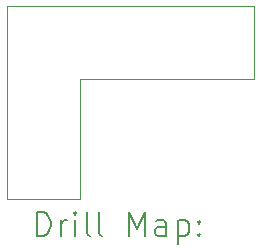
<source format=gbr>
%TF.GenerationSoftware,KiCad,Pcbnew,7.0.8*%
%TF.CreationDate,2024-05-05T13:27:45-04:00*%
%TF.ProjectId,n64amp,6e363461-6d70-42e6-9b69-6361645f7063,rev?*%
%TF.SameCoordinates,Original*%
%TF.FileFunction,Drillmap*%
%TF.FilePolarity,Positive*%
%FSLAX45Y45*%
G04 Gerber Fmt 4.5, Leading zero omitted, Abs format (unit mm)*
G04 Created by KiCad (PCBNEW 7.0.8) date 2024-05-05 13:27:45*
%MOMM*%
%LPD*%
G01*
G04 APERTURE LIST*
%ADD10C,0.100000*%
%ADD11C,0.200000*%
G04 APERTURE END LIST*
D10*
X3293668Y-1826280D02*
X1823008Y-1826280D01*
X1823008Y-1917720D01*
X1823008Y-2842280D01*
X1203248Y-2842280D01*
X1203248Y-1216680D01*
X1208328Y-1211600D01*
X3293668Y-1211580D01*
X3293668Y-1826280D01*
D11*
X1459025Y-3158764D02*
X1459025Y-2958764D01*
X1459025Y-2958764D02*
X1506644Y-2958764D01*
X1506644Y-2958764D02*
X1535215Y-2968288D01*
X1535215Y-2968288D02*
X1554263Y-2987335D01*
X1554263Y-2987335D02*
X1563786Y-3006383D01*
X1563786Y-3006383D02*
X1573310Y-3044478D01*
X1573310Y-3044478D02*
X1573310Y-3073049D01*
X1573310Y-3073049D02*
X1563786Y-3111145D01*
X1563786Y-3111145D02*
X1554263Y-3130192D01*
X1554263Y-3130192D02*
X1535215Y-3149240D01*
X1535215Y-3149240D02*
X1506644Y-3158764D01*
X1506644Y-3158764D02*
X1459025Y-3158764D01*
X1659025Y-3158764D02*
X1659025Y-3025430D01*
X1659025Y-3063526D02*
X1668548Y-3044478D01*
X1668548Y-3044478D02*
X1678072Y-3034954D01*
X1678072Y-3034954D02*
X1697120Y-3025430D01*
X1697120Y-3025430D02*
X1716167Y-3025430D01*
X1782834Y-3158764D02*
X1782834Y-3025430D01*
X1782834Y-2958764D02*
X1773310Y-2968288D01*
X1773310Y-2968288D02*
X1782834Y-2977811D01*
X1782834Y-2977811D02*
X1792358Y-2968288D01*
X1792358Y-2968288D02*
X1782834Y-2958764D01*
X1782834Y-2958764D02*
X1782834Y-2977811D01*
X1906644Y-3158764D02*
X1887596Y-3149240D01*
X1887596Y-3149240D02*
X1878072Y-3130192D01*
X1878072Y-3130192D02*
X1878072Y-2958764D01*
X2011405Y-3158764D02*
X1992358Y-3149240D01*
X1992358Y-3149240D02*
X1982834Y-3130192D01*
X1982834Y-3130192D02*
X1982834Y-2958764D01*
X2239977Y-3158764D02*
X2239977Y-2958764D01*
X2239977Y-2958764D02*
X2306644Y-3101621D01*
X2306644Y-3101621D02*
X2373310Y-2958764D01*
X2373310Y-2958764D02*
X2373310Y-3158764D01*
X2554263Y-3158764D02*
X2554263Y-3054002D01*
X2554263Y-3054002D02*
X2544739Y-3034954D01*
X2544739Y-3034954D02*
X2525691Y-3025430D01*
X2525691Y-3025430D02*
X2487596Y-3025430D01*
X2487596Y-3025430D02*
X2468548Y-3034954D01*
X2554263Y-3149240D02*
X2535215Y-3158764D01*
X2535215Y-3158764D02*
X2487596Y-3158764D01*
X2487596Y-3158764D02*
X2468548Y-3149240D01*
X2468548Y-3149240D02*
X2459025Y-3130192D01*
X2459025Y-3130192D02*
X2459025Y-3111145D01*
X2459025Y-3111145D02*
X2468548Y-3092097D01*
X2468548Y-3092097D02*
X2487596Y-3082573D01*
X2487596Y-3082573D02*
X2535215Y-3082573D01*
X2535215Y-3082573D02*
X2554263Y-3073049D01*
X2649501Y-3025430D02*
X2649501Y-3225430D01*
X2649501Y-3034954D02*
X2668548Y-3025430D01*
X2668548Y-3025430D02*
X2706644Y-3025430D01*
X2706644Y-3025430D02*
X2725691Y-3034954D01*
X2725691Y-3034954D02*
X2735215Y-3044478D01*
X2735215Y-3044478D02*
X2744739Y-3063526D01*
X2744739Y-3063526D02*
X2744739Y-3120668D01*
X2744739Y-3120668D02*
X2735215Y-3139716D01*
X2735215Y-3139716D02*
X2725691Y-3149240D01*
X2725691Y-3149240D02*
X2706644Y-3158764D01*
X2706644Y-3158764D02*
X2668548Y-3158764D01*
X2668548Y-3158764D02*
X2649501Y-3149240D01*
X2830453Y-3139716D02*
X2839977Y-3149240D01*
X2839977Y-3149240D02*
X2830453Y-3158764D01*
X2830453Y-3158764D02*
X2820929Y-3149240D01*
X2820929Y-3149240D02*
X2830453Y-3139716D01*
X2830453Y-3139716D02*
X2830453Y-3158764D01*
X2830453Y-3034954D02*
X2839977Y-3044478D01*
X2839977Y-3044478D02*
X2830453Y-3054002D01*
X2830453Y-3054002D02*
X2820929Y-3044478D01*
X2820929Y-3044478D02*
X2830453Y-3034954D01*
X2830453Y-3034954D02*
X2830453Y-3054002D01*
M02*

</source>
